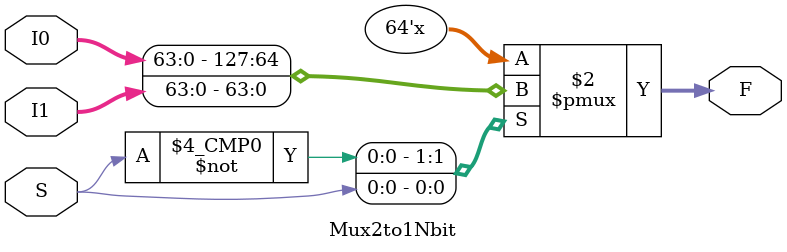
<source format=v>
module Mux2to1Nbit (F, S, I0, I1);
parameter N = 64;
input S;
input [N-1:0] I0, I1;

output reg [N-1:0] F;


always @(*) begin
	case (S)
		1'b0: F <= I0;
		1'b1: F <= I1;
	endcase	
end

endmodule

</source>
